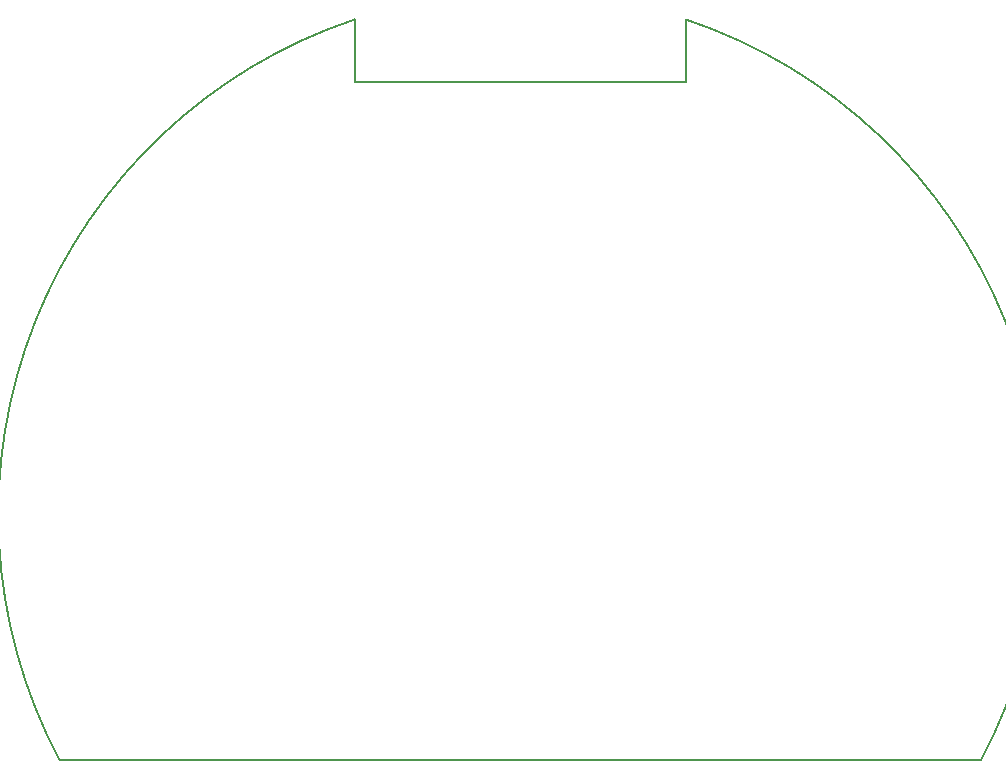
<source format=gbr>
%TF.GenerationSoftware,KiCad,Pcbnew,(5.1.10)-1*%
%TF.CreationDate,2021-07-09T14:19:08-04:00*%
%TF.ProjectId,ControlBoard,436f6e74-726f-46c4-926f-6172642e6b69,rev?*%
%TF.SameCoordinates,Original*%
%TF.FileFunction,Profile,NP*%
%FSLAX46Y46*%
G04 Gerber Fmt 4.6, Leading zero omitted, Abs format (unit mm)*
G04 Created by KiCad (PCBNEW (5.1.10)-1) date 2021-07-09 14:19:08*
%MOMM*%
%LPD*%
G01*
G04 APERTURE LIST*
%TA.AperFunction,Profile*%
%ADD10C,0.200000*%
%TD*%
G04 APERTURE END LIST*
D10*
X164004736Y-58077365D02*
G75*
G02*
X189000000Y-120800000I-14004736J-41922635D01*
G01*
X135995264Y-58077365D02*
G75*
G03*
X111000000Y-120800000I14004736J-41922635D01*
G01*
X135995264Y-63350000D02*
X135995264Y-58077365D01*
X164000000Y-63350000D02*
X136000000Y-63350000D01*
X164004736Y-63350000D02*
X164004736Y-58077365D01*
X111000000Y-120800000D02*
X189000000Y-120800000D01*
M02*

</source>
